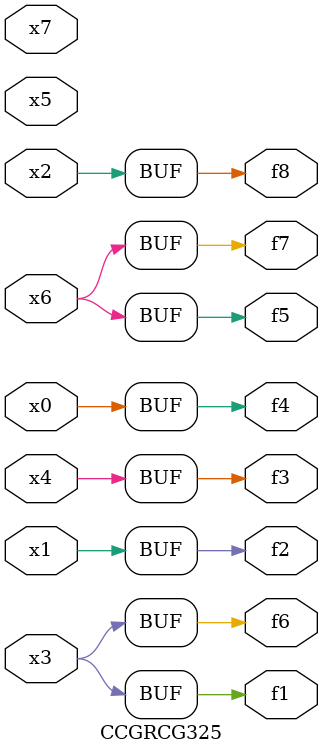
<source format=v>
module CCGRCG325(
	input x0, x1, x2, x3, x4, x5, x6, x7,
	output f1, f2, f3, f4, f5, f6, f7, f8
);
	assign f1 = x3;
	assign f2 = x1;
	assign f3 = x4;
	assign f4 = x0;
	assign f5 = x6;
	assign f6 = x3;
	assign f7 = x6;
	assign f8 = x2;
endmodule

</source>
